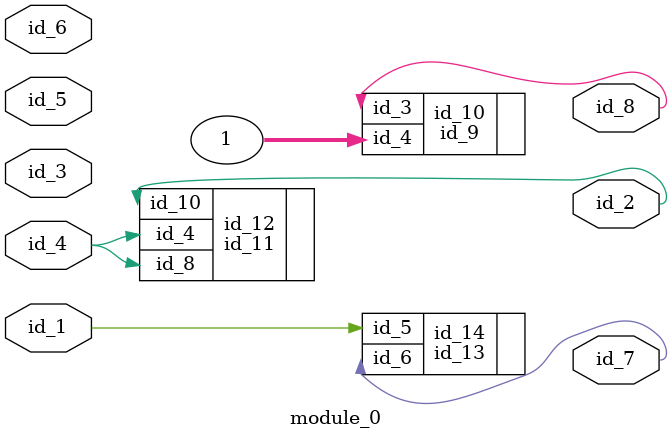
<source format=v>
module module_0 (
    id_1,
    id_2,
    id_3,
    id_4,
    id_5,
    id_6,
    id_7,
    id_8
);
  output id_8;
  output id_7;
  input id_6;
  input id_5;
  input id_4;
  input id_3;
  output id_2;
  input id_1;
  id_9 id_10 (
      .id_3(id_8),
      .id_4((id_5)),
      .id_4(id_2[1'b0]),
      .id_4(1)
  );
  id_11 id_12 (
      .id_4 (id_4),
      .id_8 (id_4),
      .id_10(id_2)
  );
  id_13 id_14 (
      .id_6(id_7),
      .id_5(id_1)
  );
endmodule

</source>
